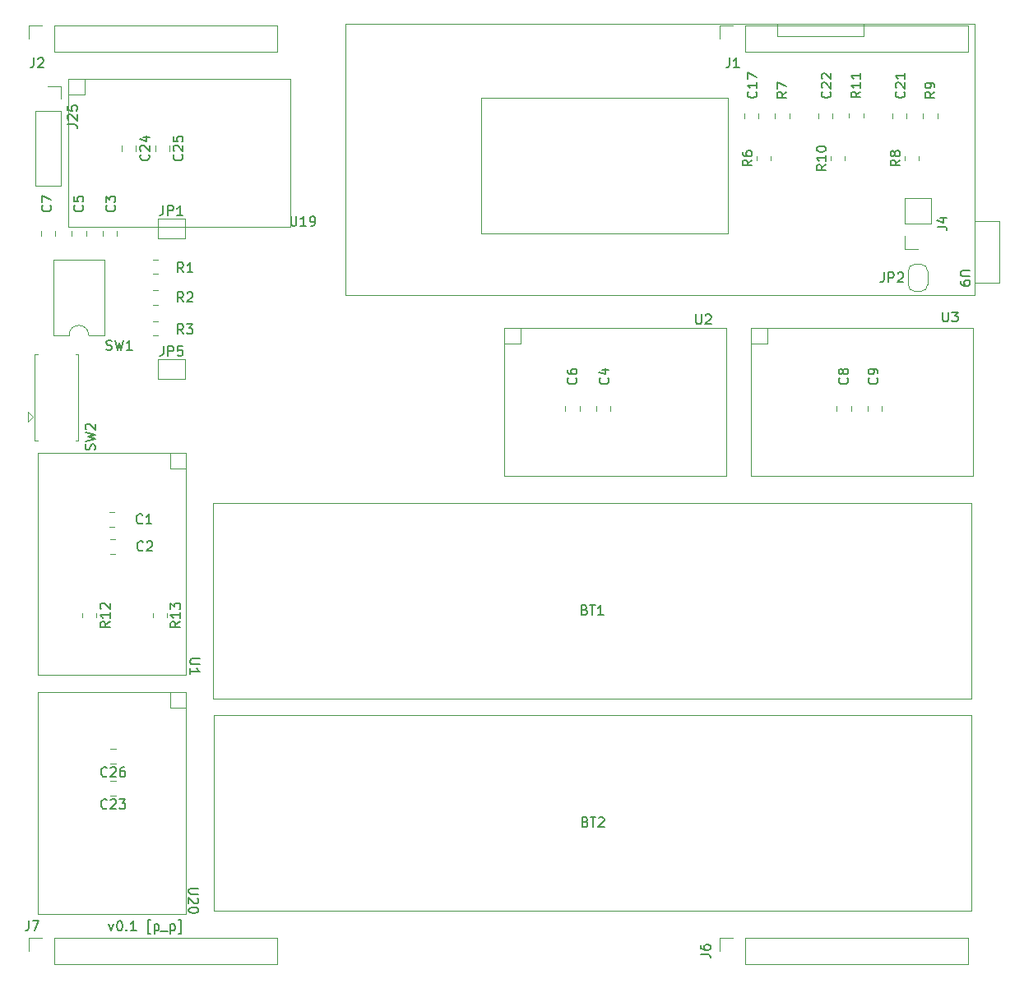
<source format=gbr>
%TF.GenerationSoftware,KiCad,Pcbnew,6.0.7-f9a2dced07~116~ubuntu20.04.1*%
%TF.CreationDate,2022-10-31T14:41:35+01:00*%
%TF.ProjectId,av_citynode_hw,61765f63-6974-4796-9e6f-64655f68772e,rev?*%
%TF.SameCoordinates,Original*%
%TF.FileFunction,Legend,Top*%
%TF.FilePolarity,Positive*%
%FSLAX46Y46*%
G04 Gerber Fmt 4.6, Leading zero omitted, Abs format (unit mm)*
G04 Created by KiCad (PCBNEW 6.0.7-f9a2dced07~116~ubuntu20.04.1) date 2022-10-31 14:41:35*
%MOMM*%
%LPD*%
G01*
G04 APERTURE LIST*
%ADD10C,0.150000*%
%ADD11C,0.120000*%
G04 APERTURE END LIST*
D10*
%TO.C,JP2*%
X195948666Y-72858380D02*
X195948666Y-73572666D01*
X195901047Y-73715523D01*
X195805809Y-73810761D01*
X195662952Y-73858380D01*
X195567714Y-73858380D01*
X196424857Y-73858380D02*
X196424857Y-72858380D01*
X196805809Y-72858380D01*
X196901047Y-72906000D01*
X196948666Y-72953619D01*
X196996285Y-73048857D01*
X196996285Y-73191714D01*
X196948666Y-73286952D01*
X196901047Y-73334571D01*
X196805809Y-73382190D01*
X196424857Y-73382190D01*
X197377238Y-72953619D02*
X197424857Y-72906000D01*
X197520095Y-72858380D01*
X197758190Y-72858380D01*
X197853428Y-72906000D01*
X197901047Y-72953619D01*
X197948666Y-73048857D01*
X197948666Y-73144095D01*
X197901047Y-73286952D01*
X197329619Y-73858380D01*
X197948666Y-73858380D01*
%TO.C,R9*%
X201171380Y-54268666D02*
X200695190Y-54602000D01*
X201171380Y-54840095D02*
X200171380Y-54840095D01*
X200171380Y-54459142D01*
X200219000Y-54363904D01*
X200266619Y-54316285D01*
X200361857Y-54268666D01*
X200504714Y-54268666D01*
X200599952Y-54316285D01*
X200647571Y-54363904D01*
X200695190Y-54459142D01*
X200695190Y-54840095D01*
X201171380Y-53792476D02*
X201171380Y-53602000D01*
X201123761Y-53506761D01*
X201076142Y-53459142D01*
X200933285Y-53363904D01*
X200742809Y-53316285D01*
X200361857Y-53316285D01*
X200266619Y-53363904D01*
X200219000Y-53411523D01*
X200171380Y-53506761D01*
X200171380Y-53697238D01*
X200219000Y-53792476D01*
X200266619Y-53840095D01*
X200361857Y-53887714D01*
X200599952Y-53887714D01*
X200695190Y-53840095D01*
X200742809Y-53792476D01*
X200790428Y-53697238D01*
X200790428Y-53506761D01*
X200742809Y-53411523D01*
X200695190Y-53363904D01*
X200599952Y-53316285D01*
%TO.C,C23*%
X115964642Y-128021142D02*
X115917023Y-128068761D01*
X115774166Y-128116380D01*
X115678928Y-128116380D01*
X115536071Y-128068761D01*
X115440833Y-127973523D01*
X115393214Y-127878285D01*
X115345595Y-127687809D01*
X115345595Y-127544952D01*
X115393214Y-127354476D01*
X115440833Y-127259238D01*
X115536071Y-127164000D01*
X115678928Y-127116380D01*
X115774166Y-127116380D01*
X115917023Y-127164000D01*
X115964642Y-127211619D01*
X116345595Y-127211619D02*
X116393214Y-127164000D01*
X116488452Y-127116380D01*
X116726547Y-127116380D01*
X116821785Y-127164000D01*
X116869404Y-127211619D01*
X116917023Y-127306857D01*
X116917023Y-127402095D01*
X116869404Y-127544952D01*
X116297976Y-128116380D01*
X116917023Y-128116380D01*
X117250357Y-127116380D02*
X117869404Y-127116380D01*
X117536071Y-127497333D01*
X117678928Y-127497333D01*
X117774166Y-127544952D01*
X117821785Y-127592571D01*
X117869404Y-127687809D01*
X117869404Y-127925904D01*
X117821785Y-128021142D01*
X117774166Y-128068761D01*
X117678928Y-128116380D01*
X117393214Y-128116380D01*
X117297976Y-128068761D01*
X117250357Y-128021142D01*
%TO.C,J4*%
X201441380Y-68151333D02*
X202155666Y-68151333D01*
X202298523Y-68198952D01*
X202393761Y-68294190D01*
X202441380Y-68437047D01*
X202441380Y-68532285D01*
X201774714Y-67246571D02*
X202441380Y-67246571D01*
X201393761Y-67484666D02*
X202108047Y-67722761D01*
X202108047Y-67103714D01*
%TO.C,C4*%
X167548142Y-83732666D02*
X167595761Y-83780285D01*
X167643380Y-83923142D01*
X167643380Y-84018380D01*
X167595761Y-84161238D01*
X167500523Y-84256476D01*
X167405285Y-84304095D01*
X167214809Y-84351714D01*
X167071952Y-84351714D01*
X166881476Y-84304095D01*
X166786238Y-84256476D01*
X166691000Y-84161238D01*
X166643380Y-84018380D01*
X166643380Y-83923142D01*
X166691000Y-83780285D01*
X166738619Y-83732666D01*
X166976714Y-82875523D02*
X167643380Y-82875523D01*
X166595761Y-83113619D02*
X167310047Y-83351714D01*
X167310047Y-82732666D01*
%TO.C,R11*%
X193551380Y-54236857D02*
X193075190Y-54570190D01*
X193551380Y-54808285D02*
X192551380Y-54808285D01*
X192551380Y-54427333D01*
X192599000Y-54332095D01*
X192646619Y-54284476D01*
X192741857Y-54236857D01*
X192884714Y-54236857D01*
X192979952Y-54284476D01*
X193027571Y-54332095D01*
X193075190Y-54427333D01*
X193075190Y-54808285D01*
X193551380Y-53284476D02*
X193551380Y-53855904D01*
X193551380Y-53570190D02*
X192551380Y-53570190D01*
X192694238Y-53665428D01*
X192789476Y-53760666D01*
X192837095Y-53855904D01*
X193551380Y-52332095D02*
X193551380Y-52903523D01*
X193551380Y-52617809D02*
X192551380Y-52617809D01*
X192694238Y-52713047D01*
X192789476Y-52808285D01*
X192837095Y-52903523D01*
%TO.C,R13*%
X123514380Y-108823357D02*
X123038190Y-109156690D01*
X123514380Y-109394785D02*
X122514380Y-109394785D01*
X122514380Y-109013833D01*
X122562000Y-108918595D01*
X122609619Y-108870976D01*
X122704857Y-108823357D01*
X122847714Y-108823357D01*
X122942952Y-108870976D01*
X122990571Y-108918595D01*
X123038190Y-109013833D01*
X123038190Y-109394785D01*
X123514380Y-107870976D02*
X123514380Y-108442404D01*
X123514380Y-108156690D02*
X122514380Y-108156690D01*
X122657238Y-108251928D01*
X122752476Y-108347166D01*
X122800095Y-108442404D01*
X122514380Y-107537642D02*
X122514380Y-106918595D01*
X122895333Y-107251928D01*
X122895333Y-107109071D01*
X122942952Y-107013833D01*
X122990571Y-106966214D01*
X123085809Y-106918595D01*
X123323904Y-106918595D01*
X123419142Y-106966214D01*
X123466761Y-107013833D01*
X123514380Y-107109071D01*
X123514380Y-107394785D01*
X123466761Y-107490023D01*
X123419142Y-107537642D01*
%TO.C,J1*%
X180065666Y-50760380D02*
X180065666Y-51474666D01*
X180018047Y-51617523D01*
X179922809Y-51712761D01*
X179779952Y-51760380D01*
X179684714Y-51760380D01*
X181065666Y-51760380D02*
X180494238Y-51760380D01*
X180779952Y-51760380D02*
X180779952Y-50760380D01*
X180684714Y-50903238D01*
X180589476Y-50998476D01*
X180494238Y-51046095D01*
%TO.C,U19*%
X134905904Y-67067380D02*
X134905904Y-67876904D01*
X134953523Y-67972142D01*
X135001142Y-68019761D01*
X135096380Y-68067380D01*
X135286857Y-68067380D01*
X135382095Y-68019761D01*
X135429714Y-67972142D01*
X135477333Y-67876904D01*
X135477333Y-67067380D01*
X136477333Y-68067380D02*
X135905904Y-68067380D01*
X136191619Y-68067380D02*
X136191619Y-67067380D01*
X136096380Y-67210238D01*
X136001142Y-67305476D01*
X135905904Y-67353095D01*
X136953523Y-68067380D02*
X137144000Y-68067380D01*
X137239238Y-68019761D01*
X137286857Y-67972142D01*
X137382095Y-67829285D01*
X137429714Y-67638809D01*
X137429714Y-67257857D01*
X137382095Y-67162619D01*
X137334476Y-67115000D01*
X137239238Y-67067380D01*
X137048761Y-67067380D01*
X136953523Y-67115000D01*
X136905904Y-67162619D01*
X136858285Y-67257857D01*
X136858285Y-67495952D01*
X136905904Y-67591190D01*
X136953523Y-67638809D01*
X137048761Y-67686428D01*
X137239238Y-67686428D01*
X137334476Y-67638809D01*
X137382095Y-67591190D01*
X137429714Y-67495952D01*
%TO.C,R10*%
X189996380Y-61753357D02*
X189520190Y-62086690D01*
X189996380Y-62324785D02*
X188996380Y-62324785D01*
X188996380Y-61943833D01*
X189044000Y-61848595D01*
X189091619Y-61800976D01*
X189186857Y-61753357D01*
X189329714Y-61753357D01*
X189424952Y-61800976D01*
X189472571Y-61848595D01*
X189520190Y-61943833D01*
X189520190Y-62324785D01*
X189996380Y-60800976D02*
X189996380Y-61372404D01*
X189996380Y-61086690D02*
X188996380Y-61086690D01*
X189139238Y-61181928D01*
X189234476Y-61277166D01*
X189282095Y-61372404D01*
X188996380Y-60181928D02*
X188996380Y-60086690D01*
X189044000Y-59991452D01*
X189091619Y-59943833D01*
X189186857Y-59896214D01*
X189377333Y-59848595D01*
X189615428Y-59848595D01*
X189805904Y-59896214D01*
X189901142Y-59943833D01*
X189948761Y-59991452D01*
X189996380Y-60086690D01*
X189996380Y-60181928D01*
X189948761Y-60277166D01*
X189901142Y-60324785D01*
X189805904Y-60372404D01*
X189615428Y-60420023D01*
X189377333Y-60420023D01*
X189186857Y-60372404D01*
X189091619Y-60324785D01*
X189044000Y-60277166D01*
X188996380Y-60181928D01*
%TO.C,R3*%
X123844333Y-79192380D02*
X123511000Y-78716190D01*
X123272904Y-79192380D02*
X123272904Y-78192380D01*
X123653857Y-78192380D01*
X123749095Y-78240000D01*
X123796714Y-78287619D01*
X123844333Y-78382857D01*
X123844333Y-78525714D01*
X123796714Y-78620952D01*
X123749095Y-78668571D01*
X123653857Y-78716190D01*
X123272904Y-78716190D01*
X124177666Y-78192380D02*
X124796714Y-78192380D01*
X124463380Y-78573333D01*
X124606238Y-78573333D01*
X124701476Y-78620952D01*
X124749095Y-78668571D01*
X124796714Y-78763809D01*
X124796714Y-79001904D01*
X124749095Y-79097142D01*
X124701476Y-79144761D01*
X124606238Y-79192380D01*
X124320523Y-79192380D01*
X124225285Y-79144761D01*
X124177666Y-79097142D01*
%TO.C,U17*%
X116174095Y-139993714D02*
X116412190Y-140660380D01*
X116650285Y-139993714D01*
X117221714Y-139660380D02*
X117316952Y-139660380D01*
X117412190Y-139708000D01*
X117459809Y-139755619D01*
X117507428Y-139850857D01*
X117555047Y-140041333D01*
X117555047Y-140279428D01*
X117507428Y-140469904D01*
X117459809Y-140565142D01*
X117412190Y-140612761D01*
X117316952Y-140660380D01*
X117221714Y-140660380D01*
X117126476Y-140612761D01*
X117078857Y-140565142D01*
X117031238Y-140469904D01*
X116983619Y-140279428D01*
X116983619Y-140041333D01*
X117031238Y-139850857D01*
X117078857Y-139755619D01*
X117126476Y-139708000D01*
X117221714Y-139660380D01*
X117983619Y-140565142D02*
X118031238Y-140612761D01*
X117983619Y-140660380D01*
X117936000Y-140612761D01*
X117983619Y-140565142D01*
X117983619Y-140660380D01*
X118983619Y-140660380D02*
X118412190Y-140660380D01*
X118697904Y-140660380D02*
X118697904Y-139660380D01*
X118602666Y-139803238D01*
X118507428Y-139898476D01*
X118412190Y-139946095D01*
X120459809Y-140993714D02*
X120221714Y-140993714D01*
X120221714Y-139565142D01*
X120459809Y-139565142D01*
X120840761Y-139993714D02*
X120840761Y-140993714D01*
X120840761Y-140041333D02*
X120936000Y-139993714D01*
X121126476Y-139993714D01*
X121221714Y-140041333D01*
X121269333Y-140088952D01*
X121316952Y-140184190D01*
X121316952Y-140469904D01*
X121269333Y-140565142D01*
X121221714Y-140612761D01*
X121126476Y-140660380D01*
X120936000Y-140660380D01*
X120840761Y-140612761D01*
X121507428Y-140755619D02*
X122269333Y-140755619D01*
X122507428Y-139993714D02*
X122507428Y-140993714D01*
X122507428Y-140041333D02*
X122602666Y-139993714D01*
X122793142Y-139993714D01*
X122888380Y-140041333D01*
X122936000Y-140088952D01*
X122983619Y-140184190D01*
X122983619Y-140469904D01*
X122936000Y-140565142D01*
X122888380Y-140612761D01*
X122793142Y-140660380D01*
X122602666Y-140660380D01*
X122507428Y-140612761D01*
X123316952Y-140993714D02*
X123555047Y-140993714D01*
X123555047Y-139565142D01*
X123316952Y-139565142D01*
%TO.C,C1*%
X119615833Y-98655142D02*
X119568214Y-98702761D01*
X119425357Y-98750380D01*
X119330119Y-98750380D01*
X119187261Y-98702761D01*
X119092023Y-98607523D01*
X119044404Y-98512285D01*
X118996785Y-98321809D01*
X118996785Y-98178952D01*
X119044404Y-97988476D01*
X119092023Y-97893238D01*
X119187261Y-97798000D01*
X119330119Y-97750380D01*
X119425357Y-97750380D01*
X119568214Y-97798000D01*
X119615833Y-97845619D01*
X120568214Y-98750380D02*
X119996785Y-98750380D01*
X120282500Y-98750380D02*
X120282500Y-97750380D01*
X120187261Y-97893238D01*
X120092023Y-97988476D01*
X119996785Y-98036095D01*
%TO.C,J7*%
X107929666Y-139660380D02*
X107929666Y-140374666D01*
X107882047Y-140517523D01*
X107786809Y-140612761D01*
X107643952Y-140660380D01*
X107548714Y-140660380D01*
X108310619Y-139660380D02*
X108977285Y-139660380D01*
X108548714Y-140660380D01*
%TO.C,U9*%
X204822619Y-72644095D02*
X204013095Y-72644095D01*
X203917857Y-72691714D01*
X203870238Y-72739333D01*
X203822619Y-72834571D01*
X203822619Y-73025047D01*
X203870238Y-73120285D01*
X203917857Y-73167904D01*
X204013095Y-73215523D01*
X204822619Y-73215523D01*
X203822619Y-73739333D02*
X203822619Y-73929809D01*
X203870238Y-74025047D01*
X203917857Y-74072666D01*
X204060714Y-74167904D01*
X204251190Y-74215523D01*
X204632142Y-74215523D01*
X204727380Y-74167904D01*
X204775000Y-74120285D01*
X204822619Y-74025047D01*
X204822619Y-73834571D01*
X204775000Y-73739333D01*
X204727380Y-73691714D01*
X204632142Y-73644095D01*
X204394047Y-73644095D01*
X204298809Y-73691714D01*
X204251190Y-73739333D01*
X204203571Y-73834571D01*
X204203571Y-74025047D01*
X204251190Y-74120285D01*
X204298809Y-74167904D01*
X204394047Y-74215523D01*
%TO.C,J2*%
X108437666Y-50760380D02*
X108437666Y-51474666D01*
X108390047Y-51617523D01*
X108294809Y-51712761D01*
X108151952Y-51760380D01*
X108056714Y-51760380D01*
X108866238Y-50855619D02*
X108913857Y-50808000D01*
X109009095Y-50760380D01*
X109247190Y-50760380D01*
X109342428Y-50808000D01*
X109390047Y-50855619D01*
X109437666Y-50950857D01*
X109437666Y-51046095D01*
X109390047Y-51188952D01*
X108818619Y-51760380D01*
X109437666Y-51760380D01*
%TO.C,C22*%
X190408142Y-54236857D02*
X190455761Y-54284476D01*
X190503380Y-54427333D01*
X190503380Y-54522571D01*
X190455761Y-54665428D01*
X190360523Y-54760666D01*
X190265285Y-54808285D01*
X190074809Y-54855904D01*
X189931952Y-54855904D01*
X189741476Y-54808285D01*
X189646238Y-54760666D01*
X189551000Y-54665428D01*
X189503380Y-54522571D01*
X189503380Y-54427333D01*
X189551000Y-54284476D01*
X189598619Y-54236857D01*
X189598619Y-53855904D02*
X189551000Y-53808285D01*
X189503380Y-53713047D01*
X189503380Y-53474952D01*
X189551000Y-53379714D01*
X189598619Y-53332095D01*
X189693857Y-53284476D01*
X189789095Y-53284476D01*
X189931952Y-53332095D01*
X190503380Y-53903523D01*
X190503380Y-53284476D01*
X189598619Y-52903523D02*
X189551000Y-52855904D01*
X189503380Y-52760666D01*
X189503380Y-52522571D01*
X189551000Y-52427333D01*
X189598619Y-52379714D01*
X189693857Y-52332095D01*
X189789095Y-52332095D01*
X189931952Y-52379714D01*
X190503380Y-52951142D01*
X190503380Y-52332095D01*
%TO.C,C21*%
X198028142Y-54236857D02*
X198075761Y-54284476D01*
X198123380Y-54427333D01*
X198123380Y-54522571D01*
X198075761Y-54665428D01*
X197980523Y-54760666D01*
X197885285Y-54808285D01*
X197694809Y-54855904D01*
X197551952Y-54855904D01*
X197361476Y-54808285D01*
X197266238Y-54760666D01*
X197171000Y-54665428D01*
X197123380Y-54522571D01*
X197123380Y-54427333D01*
X197171000Y-54284476D01*
X197218619Y-54236857D01*
X197218619Y-53855904D02*
X197171000Y-53808285D01*
X197123380Y-53713047D01*
X197123380Y-53474952D01*
X197171000Y-53379714D01*
X197218619Y-53332095D01*
X197313857Y-53284476D01*
X197409095Y-53284476D01*
X197551952Y-53332095D01*
X198123380Y-53903523D01*
X198123380Y-53284476D01*
X198123380Y-52332095D02*
X198123380Y-52903523D01*
X198123380Y-52617809D02*
X197123380Y-52617809D01*
X197266238Y-52713047D01*
X197361476Y-52808285D01*
X197409095Y-52903523D01*
%TO.C,U20*%
X125388619Y-136302904D02*
X124579095Y-136302904D01*
X124483857Y-136350523D01*
X124436238Y-136398142D01*
X124388619Y-136493380D01*
X124388619Y-136683857D01*
X124436238Y-136779095D01*
X124483857Y-136826714D01*
X124579095Y-136874333D01*
X125388619Y-136874333D01*
X125293380Y-137302904D02*
X125341000Y-137350523D01*
X125388619Y-137445761D01*
X125388619Y-137683857D01*
X125341000Y-137779095D01*
X125293380Y-137826714D01*
X125198142Y-137874333D01*
X125102904Y-137874333D01*
X124960047Y-137826714D01*
X124388619Y-137255285D01*
X124388619Y-137874333D01*
X125388619Y-138493380D02*
X125388619Y-138588619D01*
X125341000Y-138683857D01*
X125293380Y-138731476D01*
X125198142Y-138779095D01*
X125007666Y-138826714D01*
X124769571Y-138826714D01*
X124579095Y-138779095D01*
X124483857Y-138731476D01*
X124436238Y-138683857D01*
X124388619Y-138588619D01*
X124388619Y-138493380D01*
X124436238Y-138398142D01*
X124483857Y-138350523D01*
X124579095Y-138302904D01*
X124769571Y-138255285D01*
X125007666Y-138255285D01*
X125198142Y-138302904D01*
X125293380Y-138350523D01*
X125341000Y-138398142D01*
X125388619Y-138493380D01*
%TO.C,C17*%
X182788142Y-54236857D02*
X182835761Y-54284476D01*
X182883380Y-54427333D01*
X182883380Y-54522571D01*
X182835761Y-54665428D01*
X182740523Y-54760666D01*
X182645285Y-54808285D01*
X182454809Y-54855904D01*
X182311952Y-54855904D01*
X182121476Y-54808285D01*
X182026238Y-54760666D01*
X181931000Y-54665428D01*
X181883380Y-54522571D01*
X181883380Y-54427333D01*
X181931000Y-54284476D01*
X181978619Y-54236857D01*
X182883380Y-53284476D02*
X182883380Y-53855904D01*
X182883380Y-53570190D02*
X181883380Y-53570190D01*
X182026238Y-53665428D01*
X182121476Y-53760666D01*
X182169095Y-53855904D01*
X181883380Y-52951142D02*
X181883380Y-52284476D01*
X182883380Y-52713047D01*
%TO.C,C24*%
X120274142Y-60713857D02*
X120321761Y-60761476D01*
X120369380Y-60904333D01*
X120369380Y-60999571D01*
X120321761Y-61142428D01*
X120226523Y-61237666D01*
X120131285Y-61285285D01*
X119940809Y-61332904D01*
X119797952Y-61332904D01*
X119607476Y-61285285D01*
X119512238Y-61237666D01*
X119417000Y-61142428D01*
X119369380Y-60999571D01*
X119369380Y-60904333D01*
X119417000Y-60761476D01*
X119464619Y-60713857D01*
X119464619Y-60332904D02*
X119417000Y-60285285D01*
X119369380Y-60190047D01*
X119369380Y-59951952D01*
X119417000Y-59856714D01*
X119464619Y-59809095D01*
X119559857Y-59761476D01*
X119655095Y-59761476D01*
X119797952Y-59809095D01*
X120369380Y-60380523D01*
X120369380Y-59761476D01*
X119702714Y-58904333D02*
X120369380Y-58904333D01*
X119321761Y-59142428D02*
X120036047Y-59380523D01*
X120036047Y-58761476D01*
%TO.C,R7*%
X185931380Y-54268666D02*
X185455190Y-54602000D01*
X185931380Y-54840095D02*
X184931380Y-54840095D01*
X184931380Y-54459142D01*
X184979000Y-54363904D01*
X185026619Y-54316285D01*
X185121857Y-54268666D01*
X185264714Y-54268666D01*
X185359952Y-54316285D01*
X185407571Y-54363904D01*
X185455190Y-54459142D01*
X185455190Y-54840095D01*
X184931380Y-53935333D02*
X184931380Y-53268666D01*
X185931380Y-53697238D01*
%TO.C,C7*%
X110144142Y-65952666D02*
X110191761Y-66000285D01*
X110239380Y-66143142D01*
X110239380Y-66238380D01*
X110191761Y-66381238D01*
X110096523Y-66476476D01*
X110001285Y-66524095D01*
X109810809Y-66571714D01*
X109667952Y-66571714D01*
X109477476Y-66524095D01*
X109382238Y-66476476D01*
X109287000Y-66381238D01*
X109239380Y-66238380D01*
X109239380Y-66143142D01*
X109287000Y-66000285D01*
X109334619Y-65952666D01*
X109239380Y-65619333D02*
X109239380Y-64952666D01*
X110239380Y-65381238D01*
%TO.C,C3*%
X116748142Y-65952666D02*
X116795761Y-66000285D01*
X116843380Y-66143142D01*
X116843380Y-66238380D01*
X116795761Y-66381238D01*
X116700523Y-66476476D01*
X116605285Y-66524095D01*
X116414809Y-66571714D01*
X116271952Y-66571714D01*
X116081476Y-66524095D01*
X115986238Y-66476476D01*
X115891000Y-66381238D01*
X115843380Y-66238380D01*
X115843380Y-66143142D01*
X115891000Y-66000285D01*
X115938619Y-65952666D01*
X115843380Y-65619333D02*
X115843380Y-65000285D01*
X116224333Y-65333619D01*
X116224333Y-65190761D01*
X116271952Y-65095523D01*
X116319571Y-65047904D01*
X116414809Y-65000285D01*
X116652904Y-65000285D01*
X116748142Y-65047904D01*
X116795761Y-65095523D01*
X116843380Y-65190761D01*
X116843380Y-65476476D01*
X116795761Y-65571714D01*
X116748142Y-65619333D01*
%TO.C,SW1*%
X115887666Y-80795761D02*
X116030523Y-80843380D01*
X116268619Y-80843380D01*
X116363857Y-80795761D01*
X116411476Y-80748142D01*
X116459095Y-80652904D01*
X116459095Y-80557666D01*
X116411476Y-80462428D01*
X116363857Y-80414809D01*
X116268619Y-80367190D01*
X116078142Y-80319571D01*
X115982904Y-80271952D01*
X115935285Y-80224333D01*
X115887666Y-80129095D01*
X115887666Y-80033857D01*
X115935285Y-79938619D01*
X115982904Y-79891000D01*
X116078142Y-79843380D01*
X116316238Y-79843380D01*
X116459095Y-79891000D01*
X116792428Y-79843380D02*
X117030523Y-80843380D01*
X117221000Y-80129095D01*
X117411476Y-80843380D01*
X117649571Y-79843380D01*
X118554333Y-80843380D02*
X117982904Y-80843380D01*
X118268619Y-80843380D02*
X118268619Y-79843380D01*
X118173380Y-79986238D01*
X118078142Y-80081476D01*
X117982904Y-80129095D01*
%TO.C,R8*%
X197616380Y-61277166D02*
X197140190Y-61610500D01*
X197616380Y-61848595D02*
X196616380Y-61848595D01*
X196616380Y-61467642D01*
X196664000Y-61372404D01*
X196711619Y-61324785D01*
X196806857Y-61277166D01*
X196949714Y-61277166D01*
X197044952Y-61324785D01*
X197092571Y-61372404D01*
X197140190Y-61467642D01*
X197140190Y-61848595D01*
X197044952Y-60705738D02*
X196997333Y-60800976D01*
X196949714Y-60848595D01*
X196854476Y-60896214D01*
X196806857Y-60896214D01*
X196711619Y-60848595D01*
X196664000Y-60800976D01*
X196616380Y-60705738D01*
X196616380Y-60515261D01*
X196664000Y-60420023D01*
X196711619Y-60372404D01*
X196806857Y-60324785D01*
X196854476Y-60324785D01*
X196949714Y-60372404D01*
X196997333Y-60420023D01*
X197044952Y-60515261D01*
X197044952Y-60705738D01*
X197092571Y-60800976D01*
X197140190Y-60848595D01*
X197235428Y-60896214D01*
X197425904Y-60896214D01*
X197521142Y-60848595D01*
X197568761Y-60800976D01*
X197616380Y-60705738D01*
X197616380Y-60515261D01*
X197568761Y-60420023D01*
X197521142Y-60372404D01*
X197425904Y-60324785D01*
X197235428Y-60324785D01*
X197140190Y-60372404D01*
X197092571Y-60420023D01*
X197044952Y-60515261D01*
%TO.C,C26*%
X115964642Y-124719142D02*
X115917023Y-124766761D01*
X115774166Y-124814380D01*
X115678928Y-124814380D01*
X115536071Y-124766761D01*
X115440833Y-124671523D01*
X115393214Y-124576285D01*
X115345595Y-124385809D01*
X115345595Y-124242952D01*
X115393214Y-124052476D01*
X115440833Y-123957238D01*
X115536071Y-123862000D01*
X115678928Y-123814380D01*
X115774166Y-123814380D01*
X115917023Y-123862000D01*
X115964642Y-123909619D01*
X116345595Y-123909619D02*
X116393214Y-123862000D01*
X116488452Y-123814380D01*
X116726547Y-123814380D01*
X116821785Y-123862000D01*
X116869404Y-123909619D01*
X116917023Y-124004857D01*
X116917023Y-124100095D01*
X116869404Y-124242952D01*
X116297976Y-124814380D01*
X116917023Y-124814380D01*
X117774166Y-123814380D02*
X117583690Y-123814380D01*
X117488452Y-123862000D01*
X117440833Y-123909619D01*
X117345595Y-124052476D01*
X117297976Y-124242952D01*
X117297976Y-124623904D01*
X117345595Y-124719142D01*
X117393214Y-124766761D01*
X117488452Y-124814380D01*
X117678928Y-124814380D01*
X117774166Y-124766761D01*
X117821785Y-124719142D01*
X117869404Y-124623904D01*
X117869404Y-124385809D01*
X117821785Y-124290571D01*
X117774166Y-124242952D01*
X117678928Y-124195333D01*
X117488452Y-124195333D01*
X117393214Y-124242952D01*
X117345595Y-124290571D01*
X117297976Y-124385809D01*
%TO.C,C5*%
X113446142Y-65952666D02*
X113493761Y-66000285D01*
X113541380Y-66143142D01*
X113541380Y-66238380D01*
X113493761Y-66381238D01*
X113398523Y-66476476D01*
X113303285Y-66524095D01*
X113112809Y-66571714D01*
X112969952Y-66571714D01*
X112779476Y-66524095D01*
X112684238Y-66476476D01*
X112589000Y-66381238D01*
X112541380Y-66238380D01*
X112541380Y-66143142D01*
X112589000Y-66000285D01*
X112636619Y-65952666D01*
X112541380Y-65047904D02*
X112541380Y-65524095D01*
X113017571Y-65571714D01*
X112969952Y-65524095D01*
X112922333Y-65428857D01*
X112922333Y-65190761D01*
X112969952Y-65095523D01*
X113017571Y-65047904D01*
X113112809Y-65000285D01*
X113350904Y-65000285D01*
X113446142Y-65047904D01*
X113493761Y-65095523D01*
X113541380Y-65190761D01*
X113541380Y-65428857D01*
X113493761Y-65524095D01*
X113446142Y-65571714D01*
%TO.C,BT1*%
X165135285Y-107608571D02*
X165278142Y-107656190D01*
X165325761Y-107703809D01*
X165373380Y-107799047D01*
X165373380Y-107941904D01*
X165325761Y-108037142D01*
X165278142Y-108084761D01*
X165182904Y-108132380D01*
X164801952Y-108132380D01*
X164801952Y-107132380D01*
X165135285Y-107132380D01*
X165230523Y-107180000D01*
X165278142Y-107227619D01*
X165325761Y-107322857D01*
X165325761Y-107418095D01*
X165278142Y-107513333D01*
X165230523Y-107560952D01*
X165135285Y-107608571D01*
X164801952Y-107608571D01*
X165659095Y-107132380D02*
X166230523Y-107132380D01*
X165944809Y-108132380D02*
X165944809Y-107132380D01*
X167087666Y-108132380D02*
X166516238Y-108132380D01*
X166801952Y-108132380D02*
X166801952Y-107132380D01*
X166706714Y-107275238D01*
X166611476Y-107370476D01*
X166516238Y-107418095D01*
%TO.C,R12*%
X116275380Y-108823357D02*
X115799190Y-109156690D01*
X116275380Y-109394785D02*
X115275380Y-109394785D01*
X115275380Y-109013833D01*
X115323000Y-108918595D01*
X115370619Y-108870976D01*
X115465857Y-108823357D01*
X115608714Y-108823357D01*
X115703952Y-108870976D01*
X115751571Y-108918595D01*
X115799190Y-109013833D01*
X115799190Y-109394785D01*
X116275380Y-107870976D02*
X116275380Y-108442404D01*
X116275380Y-108156690D02*
X115275380Y-108156690D01*
X115418238Y-108251928D01*
X115513476Y-108347166D01*
X115561095Y-108442404D01*
X115370619Y-107490023D02*
X115323000Y-107442404D01*
X115275380Y-107347166D01*
X115275380Y-107109071D01*
X115323000Y-107013833D01*
X115370619Y-106966214D01*
X115465857Y-106918595D01*
X115561095Y-106918595D01*
X115703952Y-106966214D01*
X116275380Y-107537642D01*
X116275380Y-106918595D01*
%TO.C,BT2*%
X165203285Y-129452571D02*
X165346142Y-129500190D01*
X165393761Y-129547809D01*
X165441380Y-129643047D01*
X165441380Y-129785904D01*
X165393761Y-129881142D01*
X165346142Y-129928761D01*
X165250904Y-129976380D01*
X164869952Y-129976380D01*
X164869952Y-128976380D01*
X165203285Y-128976380D01*
X165298523Y-129024000D01*
X165346142Y-129071619D01*
X165393761Y-129166857D01*
X165393761Y-129262095D01*
X165346142Y-129357333D01*
X165298523Y-129404952D01*
X165203285Y-129452571D01*
X164869952Y-129452571D01*
X165727095Y-128976380D02*
X166298523Y-128976380D01*
X166012809Y-129976380D02*
X166012809Y-128976380D01*
X166584238Y-129071619D02*
X166631857Y-129024000D01*
X166727095Y-128976380D01*
X166965190Y-128976380D01*
X167060428Y-129024000D01*
X167108047Y-129071619D01*
X167155666Y-129166857D01*
X167155666Y-129262095D01*
X167108047Y-129404952D01*
X166536619Y-129976380D01*
X167155666Y-129976380D01*
%TO.C,C25*%
X123703142Y-60713857D02*
X123750761Y-60761476D01*
X123798380Y-60904333D01*
X123798380Y-60999571D01*
X123750761Y-61142428D01*
X123655523Y-61237666D01*
X123560285Y-61285285D01*
X123369809Y-61332904D01*
X123226952Y-61332904D01*
X123036476Y-61285285D01*
X122941238Y-61237666D01*
X122846000Y-61142428D01*
X122798380Y-60999571D01*
X122798380Y-60904333D01*
X122846000Y-60761476D01*
X122893619Y-60713857D01*
X122893619Y-60332904D02*
X122846000Y-60285285D01*
X122798380Y-60190047D01*
X122798380Y-59951952D01*
X122846000Y-59856714D01*
X122893619Y-59809095D01*
X122988857Y-59761476D01*
X123084095Y-59761476D01*
X123226952Y-59809095D01*
X123798380Y-60380523D01*
X123798380Y-59761476D01*
X122798380Y-58856714D02*
X122798380Y-59332904D01*
X123274571Y-59380523D01*
X123226952Y-59332904D01*
X123179333Y-59237666D01*
X123179333Y-58999571D01*
X123226952Y-58904333D01*
X123274571Y-58856714D01*
X123369809Y-58809095D01*
X123607904Y-58809095D01*
X123703142Y-58856714D01*
X123750761Y-58904333D01*
X123798380Y-58999571D01*
X123798380Y-59237666D01*
X123750761Y-59332904D01*
X123703142Y-59380523D01*
%TO.C,JP1*%
X121765666Y-65978380D02*
X121765666Y-66692666D01*
X121718047Y-66835523D01*
X121622809Y-66930761D01*
X121479952Y-66978380D01*
X121384714Y-66978380D01*
X122241857Y-66978380D02*
X122241857Y-65978380D01*
X122622809Y-65978380D01*
X122718047Y-66026000D01*
X122765666Y-66073619D01*
X122813285Y-66168857D01*
X122813285Y-66311714D01*
X122765666Y-66406952D01*
X122718047Y-66454571D01*
X122622809Y-66502190D01*
X122241857Y-66502190D01*
X123765666Y-66978380D02*
X123194238Y-66978380D01*
X123479952Y-66978380D02*
X123479952Y-65978380D01*
X123384714Y-66121238D01*
X123289476Y-66216476D01*
X123194238Y-66264095D01*
%TO.C,R1*%
X123844333Y-72842380D02*
X123511000Y-72366190D01*
X123272904Y-72842380D02*
X123272904Y-71842380D01*
X123653857Y-71842380D01*
X123749095Y-71890000D01*
X123796714Y-71937619D01*
X123844333Y-72032857D01*
X123844333Y-72175714D01*
X123796714Y-72270952D01*
X123749095Y-72318571D01*
X123653857Y-72366190D01*
X123272904Y-72366190D01*
X124796714Y-72842380D02*
X124225285Y-72842380D01*
X124511000Y-72842380D02*
X124511000Y-71842380D01*
X124415761Y-71985238D01*
X124320523Y-72080476D01*
X124225285Y-72128095D01*
%TO.C,C9*%
X195234142Y-83732666D02*
X195281761Y-83780285D01*
X195329380Y-83923142D01*
X195329380Y-84018380D01*
X195281761Y-84161238D01*
X195186523Y-84256476D01*
X195091285Y-84304095D01*
X194900809Y-84351714D01*
X194757952Y-84351714D01*
X194567476Y-84304095D01*
X194472238Y-84256476D01*
X194377000Y-84161238D01*
X194329380Y-84018380D01*
X194329380Y-83923142D01*
X194377000Y-83780285D01*
X194424619Y-83732666D01*
X195329380Y-83256476D02*
X195329380Y-83066000D01*
X195281761Y-82970761D01*
X195234142Y-82923142D01*
X195091285Y-82827904D01*
X194900809Y-82780285D01*
X194519857Y-82780285D01*
X194424619Y-82827904D01*
X194377000Y-82875523D01*
X194329380Y-82970761D01*
X194329380Y-83161238D01*
X194377000Y-83256476D01*
X194424619Y-83304095D01*
X194519857Y-83351714D01*
X194757952Y-83351714D01*
X194853190Y-83304095D01*
X194900809Y-83256476D01*
X194948428Y-83161238D01*
X194948428Y-82970761D01*
X194900809Y-82875523D01*
X194853190Y-82827904D01*
X194757952Y-82780285D01*
%TO.C,R6*%
X182376380Y-61277166D02*
X181900190Y-61610500D01*
X182376380Y-61848595D02*
X181376380Y-61848595D01*
X181376380Y-61467642D01*
X181424000Y-61372404D01*
X181471619Y-61324785D01*
X181566857Y-61277166D01*
X181709714Y-61277166D01*
X181804952Y-61324785D01*
X181852571Y-61372404D01*
X181900190Y-61467642D01*
X181900190Y-61848595D01*
X181376380Y-60420023D02*
X181376380Y-60610500D01*
X181424000Y-60705738D01*
X181471619Y-60753357D01*
X181614476Y-60848595D01*
X181804952Y-60896214D01*
X182185904Y-60896214D01*
X182281142Y-60848595D01*
X182328761Y-60800976D01*
X182376380Y-60705738D01*
X182376380Y-60515261D01*
X182328761Y-60420023D01*
X182281142Y-60372404D01*
X182185904Y-60324785D01*
X181947809Y-60324785D01*
X181852571Y-60372404D01*
X181804952Y-60420023D01*
X181757333Y-60515261D01*
X181757333Y-60705738D01*
X181804952Y-60800976D01*
X181852571Y-60848595D01*
X181947809Y-60896214D01*
%TO.C,J6*%
X177081380Y-143081333D02*
X177795666Y-143081333D01*
X177938523Y-143128952D01*
X178033761Y-143224190D01*
X178081380Y-143367047D01*
X178081380Y-143462285D01*
X177081380Y-142176571D02*
X177081380Y-142367047D01*
X177129000Y-142462285D01*
X177176619Y-142509904D01*
X177319476Y-142605142D01*
X177509952Y-142652761D01*
X177890904Y-142652761D01*
X177986142Y-142605142D01*
X178033761Y-142557523D01*
X178081380Y-142462285D01*
X178081380Y-142271809D01*
X178033761Y-142176571D01*
X177986142Y-142128952D01*
X177890904Y-142081333D01*
X177652809Y-142081333D01*
X177557571Y-142128952D01*
X177509952Y-142176571D01*
X177462333Y-142271809D01*
X177462333Y-142462285D01*
X177509952Y-142557523D01*
X177557571Y-142605142D01*
X177652809Y-142652761D01*
%TO.C,C6*%
X164246142Y-83732666D02*
X164293761Y-83780285D01*
X164341380Y-83923142D01*
X164341380Y-84018380D01*
X164293761Y-84161238D01*
X164198523Y-84256476D01*
X164103285Y-84304095D01*
X163912809Y-84351714D01*
X163769952Y-84351714D01*
X163579476Y-84304095D01*
X163484238Y-84256476D01*
X163389000Y-84161238D01*
X163341380Y-84018380D01*
X163341380Y-83923142D01*
X163389000Y-83780285D01*
X163436619Y-83732666D01*
X163341380Y-82875523D02*
X163341380Y-83066000D01*
X163389000Y-83161238D01*
X163436619Y-83208857D01*
X163579476Y-83304095D01*
X163769952Y-83351714D01*
X164150904Y-83351714D01*
X164246142Y-83304095D01*
X164293761Y-83256476D01*
X164341380Y-83161238D01*
X164341380Y-82970761D01*
X164293761Y-82875523D01*
X164246142Y-82827904D01*
X164150904Y-82780285D01*
X163912809Y-82780285D01*
X163817571Y-82827904D01*
X163769952Y-82875523D01*
X163722333Y-82970761D01*
X163722333Y-83161238D01*
X163769952Y-83256476D01*
X163817571Y-83304095D01*
X163912809Y-83351714D01*
%TO.C,SW2*%
X114704761Y-91122333D02*
X114752380Y-90979476D01*
X114752380Y-90741380D01*
X114704761Y-90646142D01*
X114657142Y-90598523D01*
X114561904Y-90550904D01*
X114466666Y-90550904D01*
X114371428Y-90598523D01*
X114323809Y-90646142D01*
X114276190Y-90741380D01*
X114228571Y-90931857D01*
X114180952Y-91027095D01*
X114133333Y-91074714D01*
X114038095Y-91122333D01*
X113942857Y-91122333D01*
X113847619Y-91074714D01*
X113800000Y-91027095D01*
X113752380Y-90931857D01*
X113752380Y-90693761D01*
X113800000Y-90550904D01*
X113752380Y-90217571D02*
X114752380Y-89979476D01*
X114038095Y-89789000D01*
X114752380Y-89598523D01*
X113752380Y-89360428D01*
X113847619Y-89027095D02*
X113800000Y-88979476D01*
X113752380Y-88884238D01*
X113752380Y-88646142D01*
X113800000Y-88550904D01*
X113847619Y-88503285D01*
X113942857Y-88455666D01*
X114038095Y-88455666D01*
X114180952Y-88503285D01*
X114752380Y-89074714D01*
X114752380Y-88455666D01*
%TO.C,C2*%
X119699833Y-101449142D02*
X119652214Y-101496761D01*
X119509357Y-101544380D01*
X119414119Y-101544380D01*
X119271261Y-101496761D01*
X119176023Y-101401523D01*
X119128404Y-101306285D01*
X119080785Y-101115809D01*
X119080785Y-100972952D01*
X119128404Y-100782476D01*
X119176023Y-100687238D01*
X119271261Y-100592000D01*
X119414119Y-100544380D01*
X119509357Y-100544380D01*
X119652214Y-100592000D01*
X119699833Y-100639619D01*
X120080785Y-100639619D02*
X120128404Y-100592000D01*
X120223642Y-100544380D01*
X120461738Y-100544380D01*
X120556976Y-100592000D01*
X120604595Y-100639619D01*
X120652214Y-100734857D01*
X120652214Y-100830095D01*
X120604595Y-100972952D01*
X120033166Y-101544380D01*
X120652214Y-101544380D01*
%TO.C,U3*%
X201989095Y-76930380D02*
X201989095Y-77739904D01*
X202036714Y-77835142D01*
X202084333Y-77882761D01*
X202179571Y-77930380D01*
X202370047Y-77930380D01*
X202465285Y-77882761D01*
X202512904Y-77835142D01*
X202560523Y-77739904D01*
X202560523Y-76930380D01*
X202941476Y-76930380D02*
X203560523Y-76930380D01*
X203227190Y-77311333D01*
X203370047Y-77311333D01*
X203465285Y-77358952D01*
X203512904Y-77406571D01*
X203560523Y-77501809D01*
X203560523Y-77739904D01*
X203512904Y-77835142D01*
X203465285Y-77882761D01*
X203370047Y-77930380D01*
X203084333Y-77930380D01*
X202989095Y-77882761D01*
X202941476Y-77835142D01*
%TO.C,U2*%
X176589095Y-77176380D02*
X176589095Y-77985904D01*
X176636714Y-78081142D01*
X176684333Y-78128761D01*
X176779571Y-78176380D01*
X176970047Y-78176380D01*
X177065285Y-78128761D01*
X177112904Y-78081142D01*
X177160523Y-77985904D01*
X177160523Y-77176380D01*
X177589095Y-77271619D02*
X177636714Y-77224000D01*
X177731952Y-77176380D01*
X177970047Y-77176380D01*
X178065285Y-77224000D01*
X178112904Y-77271619D01*
X178160523Y-77366857D01*
X178160523Y-77462095D01*
X178112904Y-77604952D01*
X177541476Y-78176380D01*
X178160523Y-78176380D01*
%TO.C,JP5*%
X121795666Y-80456380D02*
X121795666Y-81170666D01*
X121748047Y-81313523D01*
X121652809Y-81408761D01*
X121509952Y-81456380D01*
X121414714Y-81456380D01*
X122271857Y-81456380D02*
X122271857Y-80456380D01*
X122652809Y-80456380D01*
X122748047Y-80504000D01*
X122795666Y-80551619D01*
X122843285Y-80646857D01*
X122843285Y-80789714D01*
X122795666Y-80884952D01*
X122748047Y-80932571D01*
X122652809Y-80980190D01*
X122271857Y-80980190D01*
X123748047Y-80456380D02*
X123271857Y-80456380D01*
X123224238Y-80932571D01*
X123271857Y-80884952D01*
X123367095Y-80837333D01*
X123605190Y-80837333D01*
X123700428Y-80884952D01*
X123748047Y-80932571D01*
X123795666Y-81027809D01*
X123795666Y-81265904D01*
X123748047Y-81361142D01*
X123700428Y-81408761D01*
X123605190Y-81456380D01*
X123367095Y-81456380D01*
X123271857Y-81408761D01*
X123224238Y-81361142D01*
%TO.C,R2*%
X123844333Y-75890380D02*
X123511000Y-75414190D01*
X123272904Y-75890380D02*
X123272904Y-74890380D01*
X123653857Y-74890380D01*
X123749095Y-74938000D01*
X123796714Y-74985619D01*
X123844333Y-75080857D01*
X123844333Y-75223714D01*
X123796714Y-75318952D01*
X123749095Y-75366571D01*
X123653857Y-75414190D01*
X123272904Y-75414190D01*
X124225285Y-74985619D02*
X124272904Y-74938000D01*
X124368142Y-74890380D01*
X124606238Y-74890380D01*
X124701476Y-74938000D01*
X124749095Y-74985619D01*
X124796714Y-75080857D01*
X124796714Y-75176095D01*
X124749095Y-75318952D01*
X124177666Y-75890380D01*
X124796714Y-75890380D01*
%TO.C,U1*%
X125515619Y-112649095D02*
X124706095Y-112649095D01*
X124610857Y-112696714D01*
X124563238Y-112744333D01*
X124515619Y-112839571D01*
X124515619Y-113030047D01*
X124563238Y-113125285D01*
X124610857Y-113172904D01*
X124706095Y-113220523D01*
X125515619Y-113220523D01*
X124515619Y-114220523D02*
X124515619Y-113649095D01*
X124515619Y-113934809D02*
X125515619Y-113934809D01*
X125372761Y-113839571D01*
X125277523Y-113744333D01*
X125229904Y-113649095D01*
%TO.C,J25*%
X111906380Y-57578523D02*
X112620666Y-57578523D01*
X112763523Y-57626142D01*
X112858761Y-57721380D01*
X112906380Y-57864238D01*
X112906380Y-57959476D01*
X112001619Y-57149952D02*
X111954000Y-57102333D01*
X111906380Y-57007095D01*
X111906380Y-56769000D01*
X111954000Y-56673761D01*
X112001619Y-56626142D01*
X112096857Y-56578523D01*
X112192095Y-56578523D01*
X112334952Y-56626142D01*
X112906380Y-57197571D01*
X112906380Y-56578523D01*
X111906380Y-55673761D02*
X111906380Y-56149952D01*
X112382571Y-56197571D01*
X112334952Y-56149952D01*
X112287333Y-56054714D01*
X112287333Y-55816619D01*
X112334952Y-55721380D01*
X112382571Y-55673761D01*
X112477809Y-55626142D01*
X112715904Y-55626142D01*
X112811142Y-55673761D01*
X112858761Y-55721380D01*
X112906380Y-55816619D01*
X112906380Y-56054714D01*
X112858761Y-56149952D01*
X112811142Y-56197571D01*
%TO.C,C8*%
X192186142Y-83732666D02*
X192233761Y-83780285D01*
X192281380Y-83923142D01*
X192281380Y-84018380D01*
X192233761Y-84161238D01*
X192138523Y-84256476D01*
X192043285Y-84304095D01*
X191852809Y-84351714D01*
X191709952Y-84351714D01*
X191519476Y-84304095D01*
X191424238Y-84256476D01*
X191329000Y-84161238D01*
X191281380Y-84018380D01*
X191281380Y-83923142D01*
X191329000Y-83780285D01*
X191376619Y-83732666D01*
X191709952Y-83161238D02*
X191662333Y-83256476D01*
X191614714Y-83304095D01*
X191519476Y-83351714D01*
X191471857Y-83351714D01*
X191376619Y-83304095D01*
X191329000Y-83256476D01*
X191281380Y-83161238D01*
X191281380Y-82970761D01*
X191329000Y-82875523D01*
X191376619Y-82827904D01*
X191471857Y-82780285D01*
X191519476Y-82780285D01*
X191614714Y-82827904D01*
X191662333Y-82875523D01*
X191709952Y-82970761D01*
X191709952Y-83161238D01*
X191757571Y-83256476D01*
X191805190Y-83304095D01*
X191900428Y-83351714D01*
X192090904Y-83351714D01*
X192186142Y-83304095D01*
X192233761Y-83256476D01*
X192281380Y-83161238D01*
X192281380Y-82970761D01*
X192233761Y-82875523D01*
X192186142Y-82827904D01*
X192090904Y-82780285D01*
X191900428Y-82780285D01*
X191805190Y-82827904D01*
X191757571Y-82875523D01*
X191709952Y-82970761D01*
D11*
%TO.C,JP2*%
X199149000Y-72006000D02*
X199749000Y-72006000D01*
X199749000Y-74806000D02*
X199149000Y-74806000D01*
X198449000Y-74106000D02*
X198449000Y-72706000D01*
X200449000Y-72706000D02*
X200449000Y-74106000D01*
X200449000Y-72706000D02*
G75*
G03*
X199749000Y-72006000I-699999J1D01*
G01*
X199149000Y-72006000D02*
G75*
G03*
X198449000Y-72706000I-1J-699999D01*
G01*
X198449000Y-74106000D02*
G75*
G03*
X199149000Y-74806000I700000J0D01*
G01*
X199749000Y-74806000D02*
G75*
G03*
X200449000Y-74106000I0J700000D01*
G01*
%TO.C,R9*%
X201454000Y-56972564D02*
X201454000Y-56518436D01*
X199984000Y-56972564D02*
X199984000Y-56518436D01*
%TO.C,C23*%
X116868752Y-126719000D02*
X116346248Y-126719000D01*
X116868752Y-125249000D02*
X116346248Y-125249000D01*
%TO.C,J4*%
X200779000Y-67818000D02*
X200779000Y-65218000D01*
X198119000Y-70418000D02*
X198119000Y-69088000D01*
X200779000Y-67818000D02*
X198119000Y-67818000D01*
X198119000Y-67818000D02*
X198119000Y-65218000D01*
X200779000Y-65218000D02*
X198119000Y-65218000D01*
X199449000Y-70418000D02*
X198119000Y-70418000D01*
%TO.C,C4*%
X167799000Y-86606748D02*
X167799000Y-87129252D01*
X166329000Y-86606748D02*
X166329000Y-87129252D01*
%TO.C,R11*%
X192364000Y-56892564D02*
X192364000Y-56438436D01*
X193834000Y-56892564D02*
X193834000Y-56438436D01*
%TO.C,R13*%
X120677000Y-107953436D02*
X120677000Y-108407564D01*
X122147000Y-107953436D02*
X122147000Y-108407564D01*
%TO.C,J1*%
X204589000Y-50098000D02*
X204589000Y-47438000D01*
X181669000Y-47438000D02*
X204589000Y-47438000D01*
X181669000Y-50098000D02*
X181669000Y-47438000D01*
X179069000Y-48768000D02*
X179069000Y-47438000D01*
X181669000Y-50098000D02*
X204589000Y-50098000D01*
X179069000Y-47438000D02*
X180399000Y-47438000D01*
%TO.C,U19*%
X112014000Y-52951000D02*
X113644000Y-52951000D01*
X113644000Y-52951000D02*
X113644000Y-54536000D01*
X113644000Y-54536000D02*
X112014000Y-54536000D01*
X112014000Y-54536000D02*
X112014000Y-52951000D01*
X112014000Y-52951000D02*
X134874000Y-52951000D01*
X134874000Y-52951000D02*
X134874000Y-68191000D01*
X134874000Y-68191000D02*
X112014000Y-68191000D01*
X112014000Y-68191000D02*
X112014000Y-52951000D01*
%TO.C,R10*%
X190459000Y-61337564D02*
X190459000Y-60883436D01*
X191929000Y-61337564D02*
X191929000Y-60883436D01*
%TO.C,R3*%
X121206064Y-79363000D02*
X120751936Y-79363000D01*
X121206064Y-77893000D02*
X120751936Y-77893000D01*
%TO.C,C1*%
X116741752Y-99033000D02*
X116219248Y-99033000D01*
X116741752Y-97563000D02*
X116219248Y-97563000D01*
%TO.C,J7*%
X133469000Y-144078000D02*
X133469000Y-141418000D01*
X107949000Y-141418000D02*
X109279000Y-141418000D01*
X107949000Y-142748000D02*
X107949000Y-141418000D01*
X110549000Y-144078000D02*
X110549000Y-141418000D01*
X110549000Y-144078000D02*
X133469000Y-144078000D01*
X110549000Y-141418000D02*
X133469000Y-141418000D01*
%TO.C,U9*%
X205291000Y-75184000D02*
X205291000Y-47244000D01*
X140521000Y-75184000D02*
X205291000Y-75184000D01*
X207831000Y-67564000D02*
X205291000Y-67564000D01*
X193861000Y-48514000D02*
X184971000Y-48514000D01*
X184971000Y-48514000D02*
X184971000Y-47244000D01*
X205291000Y-47244000D02*
X140521000Y-47244000D01*
X154491000Y-68834000D02*
X154491000Y-54864000D01*
X154491000Y-54864000D02*
X179891000Y-54864000D01*
X207831000Y-73914000D02*
X207831000Y-67564000D01*
X193861000Y-47244000D02*
X193861000Y-48514000D01*
X179891000Y-54864000D02*
X179891000Y-68834000D01*
X205291000Y-73914000D02*
X207831000Y-73914000D01*
X179891000Y-68834000D02*
X154491000Y-68834000D01*
X140521000Y-47244000D02*
X140521000Y-75184000D01*
%TO.C,J2*%
X110549000Y-47438000D02*
X133469000Y-47438000D01*
X110549000Y-50098000D02*
X110549000Y-47438000D01*
X107949000Y-48768000D02*
X107949000Y-47438000D01*
X133469000Y-50098000D02*
X133469000Y-47438000D01*
X107949000Y-47438000D02*
X109279000Y-47438000D01*
X110549000Y-50098000D02*
X133469000Y-50098000D01*
%TO.C,C22*%
X190659000Y-56964252D02*
X190659000Y-56441748D01*
X189189000Y-56964252D02*
X189189000Y-56441748D01*
%TO.C,C21*%
X196809000Y-57006752D02*
X196809000Y-56484248D01*
X198279000Y-57006752D02*
X198279000Y-56484248D01*
%TO.C,U20*%
X124079000Y-116078000D02*
X108839000Y-116078000D01*
X108839000Y-116078000D02*
X108839000Y-138938000D01*
X108839000Y-138938000D02*
X124079000Y-138938000D01*
X124079000Y-138938000D02*
X124079000Y-116078000D01*
X124079000Y-116078000D02*
X122494000Y-116078000D01*
X122494000Y-116078000D02*
X122494000Y-117708000D01*
X122494000Y-117708000D02*
X124079000Y-117708000D01*
X124079000Y-117708000D02*
X124079000Y-116078000D01*
%TO.C,C17*%
X181569000Y-56969252D02*
X181569000Y-56446748D01*
X183039000Y-56969252D02*
X183039000Y-56446748D01*
%TO.C,C24*%
X118972000Y-59809748D02*
X118972000Y-60332252D01*
X117502000Y-59809748D02*
X117502000Y-60332252D01*
%TO.C,R7*%
X186214000Y-56972564D02*
X186214000Y-56518436D01*
X184744000Y-56972564D02*
X184744000Y-56518436D01*
%TO.C,C7*%
X110649000Y-69131752D02*
X110649000Y-68609248D01*
X109179000Y-69131752D02*
X109179000Y-68609248D01*
%TO.C,C3*%
X116999000Y-69131752D02*
X116999000Y-68609248D01*
X115529000Y-69131752D02*
X115529000Y-68609248D01*
%TO.C,SW1*%
X115729000Y-79308000D02*
X115729000Y-71568000D01*
X110429000Y-79308000D02*
X112079000Y-79308000D01*
X115729000Y-71568000D02*
X110429000Y-71568000D01*
X114079000Y-79308000D02*
X115729000Y-79308000D01*
X110429000Y-71568000D02*
X110429000Y-79308000D01*
X114079000Y-79308000D02*
G75*
G03*
X112079000Y-79308000I-1000000J0D01*
G01*
%TO.C,R8*%
X199549000Y-61337564D02*
X199549000Y-60883436D01*
X198079000Y-61337564D02*
X198079000Y-60883436D01*
%TO.C,C26*%
X116868752Y-123417000D02*
X116346248Y-123417000D01*
X116868752Y-121947000D02*
X116346248Y-121947000D01*
%TO.C,C5*%
X113824000Y-69131752D02*
X113824000Y-68609248D01*
X112354000Y-69131752D02*
X112354000Y-68609248D01*
%TO.C,BT1*%
X204921000Y-116730000D02*
X126921000Y-116730000D01*
X126921000Y-96630000D02*
X204921000Y-96630000D01*
X204921000Y-96630000D02*
X204921000Y-116730000D01*
X126921000Y-116730000D02*
X126921000Y-96630000D01*
%TO.C,R12*%
X114908000Y-107953436D02*
X114908000Y-108407564D01*
X113438000Y-107953436D02*
X113438000Y-108407564D01*
%TO.C,BT2*%
X204989000Y-138574000D02*
X126989000Y-138574000D01*
X204989000Y-118474000D02*
X204989000Y-138574000D01*
X126989000Y-118474000D02*
X204989000Y-118474000D01*
X126989000Y-138574000D02*
X126989000Y-118474000D01*
%TO.C,C25*%
X120931000Y-59809748D02*
X120931000Y-60332252D01*
X122401000Y-59809748D02*
X122401000Y-60332252D01*
%TO.C,JP1*%
X123999000Y-69326000D02*
X121199000Y-69326000D01*
X121199000Y-69326000D02*
X121199000Y-67326000D01*
X123999000Y-67326000D02*
X123999000Y-69326000D01*
X121199000Y-67326000D02*
X123999000Y-67326000D01*
%TO.C,R1*%
X121206064Y-71543000D02*
X120751936Y-71543000D01*
X121206064Y-73013000D02*
X120751936Y-73013000D01*
%TO.C,C9*%
X194269000Y-86606748D02*
X194269000Y-87129252D01*
X195739000Y-86606748D02*
X195739000Y-87129252D01*
%TO.C,R6*%
X184309000Y-61337564D02*
X184309000Y-60883436D01*
X182839000Y-61337564D02*
X182839000Y-60883436D01*
%TO.C,J6*%
X179069000Y-141418000D02*
X180399000Y-141418000D01*
X179069000Y-142748000D02*
X179069000Y-141418000D01*
X181669000Y-144078000D02*
X181669000Y-141418000D01*
X181669000Y-141418000D02*
X204589000Y-141418000D01*
X204589000Y-144078000D02*
X204589000Y-141418000D01*
X181669000Y-144078000D02*
X204589000Y-144078000D01*
%TO.C,C6*%
X163154000Y-86606748D02*
X163154000Y-87129252D01*
X164624000Y-86606748D02*
X164624000Y-87129252D01*
%TO.C,SW2*%
X107827500Y-88225000D02*
X108327500Y-87725000D01*
X108527500Y-90135000D02*
X108527500Y-81315000D01*
X107827500Y-87225000D02*
X107827500Y-88225000D01*
X108837500Y-90135000D02*
X108527500Y-90135000D01*
X108527500Y-81315000D02*
X108837500Y-81315000D01*
X113047500Y-81315000D02*
X113047500Y-90135000D01*
X113047500Y-90135000D02*
X112737500Y-90135000D01*
X108327500Y-87725000D02*
X107827500Y-87225000D01*
X113047500Y-81315000D02*
X112737500Y-81315000D01*
%TO.C,C2*%
X116825752Y-100357000D02*
X116303248Y-100357000D01*
X116825752Y-101827000D02*
X116303248Y-101827000D01*
%TO.C,U3*%
X182304000Y-78613000D02*
X205164000Y-78613000D01*
X205164000Y-78613000D02*
X205164000Y-93853000D01*
X205164000Y-93853000D02*
X182304000Y-93853000D01*
X182304000Y-93853000D02*
X182304000Y-78613000D01*
X182304000Y-78613000D02*
X183934000Y-78613000D01*
X183934000Y-78613000D02*
X183934000Y-80198000D01*
X183934000Y-80198000D02*
X182304000Y-80198000D01*
X182304000Y-80198000D02*
X182304000Y-78613000D01*
%TO.C,U2*%
X156904000Y-78613000D02*
X179764000Y-78613000D01*
X179764000Y-78613000D02*
X179764000Y-93853000D01*
X179764000Y-93853000D02*
X156904000Y-93853000D01*
X156904000Y-93853000D02*
X156904000Y-78613000D01*
X156904000Y-78613000D02*
X158534000Y-78613000D01*
X158534000Y-78613000D02*
X158534000Y-80198000D01*
X158534000Y-80198000D02*
X156904000Y-80198000D01*
X156904000Y-80198000D02*
X156904000Y-78613000D01*
%TO.C,JP5*%
X124029000Y-83804000D02*
X121229000Y-83804000D01*
X121229000Y-83804000D02*
X121229000Y-81804000D01*
X121229000Y-81804000D02*
X124029000Y-81804000D01*
X124029000Y-81804000D02*
X124029000Y-83804000D01*
%TO.C,R2*%
X121206064Y-76188000D02*
X120751936Y-76188000D01*
X121206064Y-74718000D02*
X120751936Y-74718000D01*
%TO.C,U1*%
X124087000Y-91440000D02*
X108847000Y-91440000D01*
X108847000Y-91440000D02*
X108847000Y-114300000D01*
X108847000Y-114300000D02*
X124087000Y-114300000D01*
X124087000Y-114300000D02*
X124087000Y-91440000D01*
X124087000Y-91440000D02*
X122502000Y-91440000D01*
X122502000Y-91440000D02*
X122502000Y-93070000D01*
X122502000Y-93070000D02*
X124087000Y-93070000D01*
X124087000Y-93070000D02*
X124087000Y-91440000D01*
%TO.C,J25*%
X108584000Y-63941000D02*
X111244000Y-63941000D01*
X109914000Y-53661000D02*
X111244000Y-53661000D01*
X111244000Y-53661000D02*
X111244000Y-54991000D01*
X108584000Y-56261000D02*
X108584000Y-63941000D01*
X108584000Y-56261000D02*
X111244000Y-56261000D01*
X111244000Y-56261000D02*
X111244000Y-63941000D01*
%TO.C,C8*%
X191094000Y-86606748D02*
X191094000Y-87129252D01*
X192564000Y-86606748D02*
X192564000Y-87129252D01*
%TD*%
M02*

</source>
